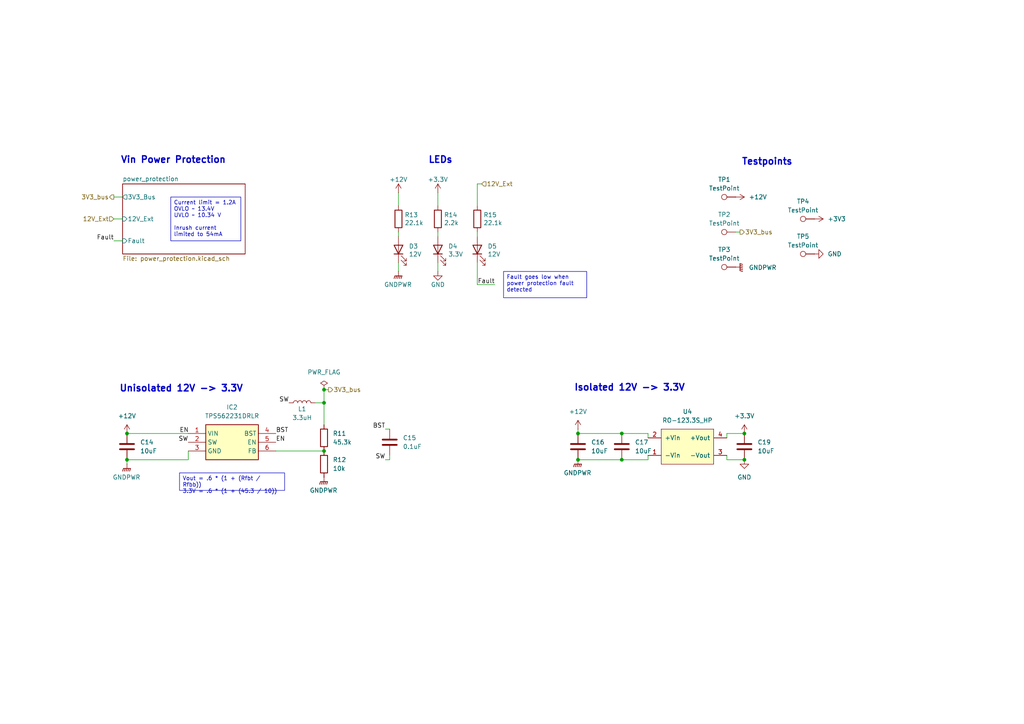
<source format=kicad_sch>
(kicad_sch (version 20231120) (generator "eeschema") (generator_version "8.0")
  (paper "A4")
  (lib_symbols
    (symbol "Connector:TestPoint" (pin_numbers hide) (pin_names (offset 0.762) hide)
      (property "Reference" "TP" (at 0 6.858 0))
      (property "Value" "TestPoint" (at 0 5.08 0))
      (symbol "TestPoint_0_1"
        (circle (center 0 3.302) (radius 0.762))
      )
      (symbol "TestPoint_1_1"
        (pin passive line (at 0 0 90) (length 2.54) (name "1") (number "1"))
      )
    )
    (symbol "Device:C" (pin_numbers hide) (pin_names (offset 0.254))
      (property "Reference" "C" (at 0.635 2.54 0))
      (property "Value" "C" (at 0.635 -2.54 0))
      (symbol "C_0_1"
        (polyline (pts (xy -2.032 -0.762) (xy 2.032 -0.762)) (stroke (width 0.508)))
        (polyline (pts (xy -2.032 0.762) (xy 2.032 0.762)) (stroke (width 0.508)))
      )
      (symbol "C_1_1"
        (pin passive line (at 0 3.81 270) (length 2.794) (name "~") (number "1"))
        (pin passive line (at 0 -3.81 90) (length 2.794) (name "~") (number "2"))
      )
    )
    (symbol "Device:L" (pin_numbers hide) (pin_names (offset 1.016) hide)
      (property "Reference" "L" (at -1.27 0 90))
      (property "Value" "L" (at 1.905 0 90))
      (symbol "L_0_1"
        (arc (start 0 -2.54) (mid 0.6323 -1.905) (end 0 -1.27))
        (arc (start 0 -1.27) (mid 0.6323 -0.635) (end 0 0))
        (arc (start 0 0) (mid 0.6323 0.635) (end 0 1.27))
        (arc (start 0 1.27) (mid 0.6323 1.905) (end 0 2.54))
      )
      (symbol "L_1_1"
        (pin passive line (at 0 3.81 270) (length 1.27) (name "1") (number "1"))
        (pin passive line (at 0 -3.81 90) (length 1.27) (name "2") (number "2"))
      )
    )
    (symbol "Device:LED" (pin_numbers hide) (pin_names (offset 1.016) hide)
      (property "Reference" "D" (at 0 2.54 0))
      (property "Value" "LED" (at 0 -2.54 0))
      (symbol "LED_0_1"
        (polyline (pts (xy -1.27 -1.27) (xy -1.27 1.27)) (stroke (width 0.254)))
        (polyline (pts (xy -1.27 0) (xy 1.27 0)))
        (polyline (pts (xy 1.27 -1.27) (xy 1.27 1.27) (xy -1.27 0) (xy 1.27 -1.27)) (stroke (width 0.254)))
        (polyline (pts (xy -3.048 -0.762) (xy -4.572 -2.286) (xy -3.81 -2.286) (xy -4.572 -2.286) (xy -4.572 -1.524)))
        (polyline (pts (xy -1.778 -0.762) (xy -3.302 -2.286) (xy -2.54 -2.286) (xy -3.302 -2.286) (xy -3.302 -1.524)))
      )
      (symbol "LED_1_1"
        (pin passive line (at -3.81 0 0) (length 2.54) (name "K") (number "1"))
        (pin passive line (at 3.81 0 180) (length 2.54) (name "A") (number "2"))
      )
    )
    (symbol "Device:R" (pin_numbers hide) (pin_names (offset 0))
      (property "Reference" "R" (at 2.032 0 90))
      (property "Value" "R" (at 0 0 90))
      (symbol "R_0_1"
        (rectangle (start -1.016 -2.54) (end 1.016 2.54) (stroke (width 0.254)))
      )
      (symbol "R_1_1"
        (pin passive line (at 0 3.81 270) (length 1.27) (name "~") (number "1"))
        (pin passive line (at 0 -3.81 90) (length 1.27) (name "~") (number "2"))
      )
    )
    (symbol "TPS562231DRLR:TPS562231DRLR"
      (property "Reference" "IC" (at 21.59 7.62 0))
      (property "Value" "TPS562231DRLR" (at 21.59 5.08 0))
      (symbol "TPS562231DRLR_1_1"
        (rectangle (start 5.08 2.54) (end 20.32 -7.62) (stroke (width 0.254)) (fill (type background)))
        (pin passive line (at 0 0 0) (length 5.08) (name "VIN") (number "1"))
        (pin passive line (at 0 -2.54 0) (length 5.08) (name "SW") (number "2"))
        (pin passive line (at 0 -5.08 0) (length 5.08) (name "GND") (number "3"))
        (pin passive line (at 25.4 0 180) (length 5.08) (name "BST") (number "4"))
        (pin passive line (at 25.4 -2.54 180) (length 5.08) (name "EN") (number "5"))
        (pin passive line (at 25.4 -5.08 180) (length 5.08) (name "FB") (number "6"))
      )
    )
    (symbol "power:+12V" (power) (pin_numbers hide) (pin_names (offset 0) hide)
      (property "Value" "+12V" (at 0 3.556 0))
      (symbol "+12V_0_1"
        (polyline (pts (xy -0.762 1.27) (xy 0 2.54)))
        (polyline (pts (xy 0 0) (xy 0 2.54)))
        (polyline (pts (xy 0 2.54) (xy 0.762 1.27)))
      )
      (symbol "+12V_1_1"
        (pin power_in line (at 0 0 90) (length 0) (name "~") (number "1"))
      )
    )
    (symbol "power:+3.3V" (power) (pin_numbers hide) (pin_names (offset 0) hide)
      (property "Value" "+3.3V" (at 0 3.556 0))
      (symbol "+3.3V_0_1"
        (polyline (pts (xy -0.762 1.27) (xy 0 2.54)))
        (polyline (pts (xy 0 0) (xy 0 2.54)))
        (polyline (pts (xy 0 2.54) (xy 0.762 1.27)))
      )
      (symbol "+3.3V_1_1"
        (pin power_in line (at 0 0 90) (length 0) (name "~") (number "1"))
      )
    )
    (symbol "power:+3V3" (power) (pin_numbers hide) (pin_names (offset 0) hide)
      (property "Value" "+3V3" (at 0 3.556 0))
      (symbol "+3V3_0_1"
        (polyline (pts (xy -0.762 1.27) (xy 0 2.54)))
        (polyline (pts (xy 0 0) (xy 0 2.54)))
        (polyline (pts (xy 0 2.54) (xy 0.762 1.27)))
      )
      (symbol "+3V3_1_1"
        (pin power_in line (at 0 0 90) (length 0) (name "~") (number "1"))
      )
    )
    (symbol "power:GND" (power) (pin_numbers hide) (pin_names (offset 0) hide)
      (property "Value" "GND" (at 0 -3.81 0))
      (symbol "GND_0_1"
        (polyline (pts (xy 0 0) (xy 0 -1.27) (xy 1.27 -1.27) (xy 0 -2.54) (xy -1.27 -1.27) (xy 0 -1.27)))
      )
      (symbol "GND_1_1"
        (pin power_in line (at 0 0 270) (length 0) (name "~") (number "1"))
      )
    )
    (symbol "power:GNDPWR" (power) (pin_numbers hide) (pin_names (offset 0) hide)
      (property "Value" "GNDPWR" (at 0 -3.302 0))
      (symbol "GNDPWR_0_1"
        (polyline (pts (xy 0 -1.27) (xy 0 0)))
        (polyline (pts (xy -1.016 -1.27) (xy -1.27 -2.032) (xy -1.27 -2.032)) (stroke (width 0.2032)))
        (polyline (pts (xy -0.508 -1.27) (xy -0.762 -2.032) (xy -0.762 -2.032)) (stroke (width 0.2032)))
        (polyline (pts (xy 0 -1.27) (xy -0.254 -2.032) (xy -0.254 -2.032)) (stroke (width 0.2032)))
        (polyline (pts (xy 0.508 -1.27) (xy 0.254 -2.032) (xy 0.254 -2.032)) (stroke (width 0.2032)))
        (polyline (pts (xy 1.016 -1.27) (xy -1.016 -1.27) (xy -1.016 -1.27)) (stroke (width 0.2032)))
        (polyline (pts (xy 1.016 -1.27) (xy 0.762 -2.032) (xy 0.762 -2.032) (xy 0.762 -2.032)) (stroke (width 0.2032)))
      )
      (symbol "GNDPWR_1_1"
        (pin power_in line (at 0 0 270) (length 0) (name "~") (number "1"))
      )
    )
    (symbol "power:PWR_FLAG" (power) (pin_numbers hide) (pin_names (offset 0) hide)
      (property "Value" "PWR_FLAG" (at 0 3.81 0))
      (symbol "PWR_FLAG_0_0"
        (pin power_out line (at 0 0 90) (length 0) (name "~") (number "1"))
      )
      (symbol "PWR_FLAG_0_1"
        (polyline (pts (xy 0 0) (xy 0 1.27) (xy -1.016 1.905) (xy 0 2.54) (xy 1.016 1.905) (xy 0 1.27)))
      )
    )
    (symbol "utsvt-power-regulators:RO-123.3S_HP" (pin_names (offset 1.016))
      (property "Reference" "U" (at 0 10.16 0))
      (property "Value" "RO-123.3S_HP" (at 0 7.62 0))
      (symbol "RO-123.3S_HP_1_1"
        (rectangle (start -7.62 5.08) (end 7.62 -5.08) (fill (type background)))
        (pin input line (at -11.43 -2.54 0) (length 3.81) (name "-Vin") (number "1"))
        (pin power_in line (at -11.43 2.54 0) (length 3.81) (name "+Vin") (number "2"))
        (pin power_out line (at 11.43 -2.54 180) (length 3.81) (name "-Vout") (number "3"))
        (pin power_out line (at 11.43 2.54 180) (length 3.81) (name "+Vout") (number "4"))
      )
    )
  )
  (junction (at 215.9 125.73))
  (junction (at 167.64 125.73))
  (junction (at 93.98 116.84))
  (junction (at 93.98 130.81))
  (junction (at 36.83 133.35))
  (junction (at 167.64 133.35))
  (junction (at 36.83 125.73))
  (junction (at 215.9 133.35))
  (junction (at 93.98 113.03))
  (junction (at 180.34 133.35))
  (junction (at 180.34 125.73))
  (wire (pts (xy 36.83 134.62) (xy 36.83 133.35)))
  (wire (pts (xy 210.82 127) (xy 210.82 125.73)))
  (wire (pts (xy 210.82 133.35) (xy 215.9 133.35)))
  (wire (pts (xy 93.98 130.81) (xy 80.01 130.81)))
  (wire (pts (xy 138.43 68.58) (xy 138.43 67.31)))
  (wire (pts (xy 210.82 132.08) (xy 210.82 133.35)))
  (wire (pts (xy 115.57 55.88) (xy 115.57 59.69)))
  (wire (pts (xy 113.03 133.35) (xy 113.03 132.08)))
  (wire (pts (xy 143.51 82.55) (xy 138.43 82.55)))
  (wire (pts (xy 167.64 133.35) (xy 180.34 133.35)))
  (wire (pts (xy 95.25 113.03) (xy 93.98 113.03)))
  (wire (pts (xy 115.57 68.58) (xy 115.57 67.31)))
  (wire (pts (xy 127 78.74) (xy 127 76.2)))
  (wire (pts (xy 138.43 53.34) (xy 138.43 59.69)))
  (wire (pts (xy 167.64 124.46) (xy 167.64 125.73)))
  (wire (pts (xy 214.63 67.31) (xy 213.36 67.31)))
  (wire (pts (xy 33.02 69.85) (xy 35.56 69.85)))
  (wire (pts (xy 93.98 113.03) (xy 93.98 116.84)))
  (wire (pts (xy 33.02 57.15) (xy 35.56 57.15)))
  (wire (pts (xy 210.82 125.73) (xy 215.9 125.73)))
  (wire (pts (xy 187.96 133.35) (xy 187.96 132.08)))
  (wire (pts (xy 127 68.58) (xy 127 67.31)))
  (wire (pts (xy 54.61 133.35) (xy 54.61 130.81)))
  (wire (pts (xy 167.64 125.73) (xy 180.34 125.73)))
  (wire (pts (xy 180.34 125.73) (xy 187.96 125.73)))
  (wire (pts (xy 36.83 133.35) (xy 54.61 133.35)))
  (wire (pts (xy 138.43 82.55) (xy 138.43 76.2)))
  (wire (pts (xy 36.83 125.73) (xy 54.61 125.73)))
  (wire (pts (xy 33.02 63.5) (xy 35.56 63.5)))
  (wire (pts (xy 139.7 53.34) (xy 138.43 53.34)))
  (wire (pts (xy 111.76 124.46) (xy 113.03 124.46)))
  (wire (pts (xy 115.57 78.74) (xy 115.57 76.2)))
  (wire (pts (xy 91.44 116.84) (xy 93.98 116.84)))
  (wire (pts (xy 187.96 125.73) (xy 187.96 127)))
  (wire (pts (xy 111.76 133.35) (xy 113.03 133.35)))
  (wire (pts (xy 127 55.88) (xy 127 59.69)))
  (wire (pts (xy 180.34 133.35) (xy 187.96 133.35)))
  (wire (pts (xy 93.98 123.19) (xy 93.98 116.84)))
  (text_box "Current limit = 1.2A\nOVLO ~ 13.4V\nUVLO ~ 10.34 V\n\nInrush current limited to 54mA" (at 49.53 57.15 0) (size 20.32 12.7) (effects (font (size 1.143 1.143)) (justify left top)))
  (text_box "Fault goes low when power protection fault detected\n" (at 146.05 78.74 0) (size 24.13 7.62) (effects (font (size 1.143 1.143)) (justify left top)))
  (text_box "Vout = .6 * (1 + (Rfbt / Rfbb))\n3.3V = .6 * (1 + (45.3 / 10))" (at 52.07 137.16 0) (size 30.48 5.08) (effects (font (size 1.143 1.143)) (justify left top)))
  (text "Isolated 12V -> 3.3V\n" (at 182.626 112.522 0) (effects (font (size 1.905 1.905) (thickness 0.381) (bold yes))))
  (text "LEDs" (at 127.762 46.482 0) (effects (font (size 1.905 1.905) (thickness 0.381) (bold yes))))
  (text "Unisolated 12V -> 3.3V\n" (at 52.578 112.776 0) (effects (font (size 1.905 1.905) (thickness 0.381) (bold yes))))
  (text "Vin Power Protection" (at 50.292 46.482 0) (effects (font (size 1.905 1.905) (thickness 0.381) (bold yes))))
  (text "Testpoints" (at 222.504 46.99 0) (effects (font (size 1.905 1.905) (thickness 0.381) (bold yes))))
  (label "EN" (at 52.07 125.73 0))
  (label "EN" (at 80.01 128.27 0))
  (label "BST" (at 111.76 124.46 180))
  (label "SW" (at 111.76 133.35 180))
  (label "Fault" (at 143.51 82.55 180))
  (label "BST" (at 80.01 125.73 0))
  (label "SW" (at 83.82 116.84 180))
  (label "Fault" (at 33.02 69.85 180))
  (label "SW" (at 54.61 128.27 180))
  (hierarchical_label "12V_Ext" (shape input) (at 139.7 53.34 0))
  (hierarchical_label "3V3_bus" (shape output) (at 33.02 57.15 180))
  (hierarchical_label "3V3_bus" (shape output) (at 214.63 67.31 0))
  (hierarchical_label "3V3_bus" (shape output) (at 95.25 113.03 0))
  (hierarchical_label "12V_Ext" (shape input) (at 33.02 63.5 180))
  (symbol (lib_id "utsvt-power-regulators:RO-123.3S_HP") (at 199.39 129.54 0) (unit 1)
    (property "Reference" "U4" (at 199.39 119.38 0))
    (property "Value" "RO-123.3S_HP" (at 199.39 121.92 0))
    (property "Footprint" "UTSVT_ICs:RI3_DC_Converter" (effects (hide yes)))
    (property "Datasheet" "https://www.mouser.com/datasheet/2/468/RO-1711124.pdf" (effects (hide yes)))
    (property "Description" "Isolated DC/DC Converters 1W DC/DC 2kV UNREG 12Vin 3.3Vout" (effects (hide yes)))
  )
  (symbol (lib_id "power:+3.3V") (at 127 55.88 0) (unit 1)
    (property "Reference" "#PWR038" (effects (hide yes)))
    (property "Value" "+3.3V" (at 127 52.07 0))
    (property "Description" "Power symbol creates a global label with name \"+3.3V\"" (effects (hide yes)))
  )
  (symbol (lib_id "Device:C") (at 180.34 129.54 0) (unit 1)
    (property "Reference" "C17" (at 184.15 128.2699 0) (effects (justify left)))
    (property "Value" "10uF" (at 184.15 130.8099 0) (effects (justify left)))
    (property "Description" "Unpolarized capacitor" (effects (hide yes)))
  )
  (symbol (lib_id "Connector:TestPoint") (at 213.36 67.31 90) (unit 1)
    (property "Reference" "TP2" (at 210.058 62.23 90))
    (property "Value" "TestPoint" (at 210.058 64.77 90))
    (property "Description" "test point" (effects (hide yes)))
  )
  (symbol (lib_id "Connector:TestPoint") (at 213.36 77.47 90) (unit 1)
    (property "Reference" "TP3" (at 210.058 72.39 90))
    (property "Value" "TestPoint" (at 210.058 74.93 90))
    (property "Description" "test point" (effects (hide yes)))
  )
  (symbol (lib_id "power:GND") (at 127 78.74 0) (unit 1)
    (property "Reference" "#PWR039" (effects (hide yes)))
    (property "Value" "GND" (at 127 82.55 0))
    (property "Description" "Power symbol creates a global label with name \"GND\" , ground" (effects (hide yes)))
  )
  (symbol (lib_id "Device:R") (at 127 63.5 0) (unit 1)
    (property "Reference" "R14" (at 128.778 62.3316 0) (effects (justify left)))
    (property "Value" "2.2k" (at 128.778 64.643 0) (effects (justify left)))
    (property "Footprint" "Resistor_SMD:R_0805_2012Metric" (effects (hide yes)))
    (property "Description" "Resistor" (effects (hide yes)))
    (property "P/N" "SDR10EZPF2200" (effects (hide yes)))
    (property "Mouser Part Number" "Inventory" (effects (hide yes)))
  )
  (symbol (lib_id "power:+12V") (at 36.83 125.73 0) (unit 1)
    (property "Reference" "#PWR025" (effects (hide yes)))
    (property "Value" "+12V" (at 36.83 120.65 0))
    (property "Description" "Power symbol creates a global label with name \"+12V\"" (effects (hide yes)))
  )
  (symbol (lib_id "power:GNDPWR") (at 36.83 134.62 0) (unit 1)
    (property "Reference" "#PWR026" (effects (hide yes)))
    (property "Value" "GNDPWR" (at 36.703 138.43 0))
    (property "Description" "Power symbol creates a global label with name \"GNDPWR\" , global ground" (effects (hide yes)))
  )
  (symbol (lib_id "power:+3.3V") (at 215.9 125.73 0) (unit 1)
    (property "Reference" "#PWR030" (effects (hide yes)))
    (property "Value" "+3.3V" (at 215.9 120.65 0))
    (property "Description" "Power symbol creates a global label with name \"+3.3V\"" (effects (hide yes)))
  )
  (symbol (lib_id "TPS562231DRLR:TPS562231DRLR") (at 54.61 125.73 0) (unit 1)
    (property "Reference" "IC2" (at 67.31 118.11 0))
    (property "Value" "TPS562231DRLR" (at 67.31 120.65 0))
    (property "Footprint" "SOTFL50P160X60-6N" (effects (hide yes)))
    (property "Datasheet" "http://www.ti.com/lit/gpn/TPS562231" (effects (hide yes)))
    (property "Description" "4.5-V to 17-V input, 2-A output, synchronous step-down converter" (effects (hide yes)))
    (property "Height" "0.6" (effects (hide yes)))
    (property "Mouser Part Number" "595-TPS562231DRLR" (effects (hide yes)))
    (property "Mouser Price/Stock" "https://www.mouser.co.uk/ProductDetail/Texas-Instruments/TPS562231DRLR?qs=l4Gc20tDgJK5KnXgCyg0Bw%3D%3D" (effects (hide yes)))
    (property "Manufacturer_Name" "Texas Instruments" (effects (hide yes)))
    (property "Manufacturer_Part_Number" "TPS562231DRLR" (effects (hide yes)))
  )
  (symbol (lib_id "Device:R") (at 93.98 127 0) (unit 1)
    (property "Reference" "R11" (at 96.52 125.7299 0) (effects (justify left)))
    (property "Value" "45.3k" (at 96.52 128.2699 0) (effects (justify left)))
    (property "Footprint" "Resistor_SMD:R_0805_2012Metric" (effects (hide yes)))
    (property "Description" "Resistor" (effects (hide yes)))
    (property "P/N" "CRCW080545K3FKEA" (effects (hide yes)))
  )
  (symbol (lib_id "Device:C") (at 167.64 129.54 0) (unit 1)
    (property "Reference" "C16" (at 171.45 128.2699 0) (effects (justify left)))
    (property "Value" "10uF" (at 171.45 130.8099 0) (effects (justify left)))
    (property "Description" "Unpolarized capacitor" (effects (hide yes)))
  )
  (symbol (lib_id "Device:R") (at 93.98 134.62 0) (unit 1)
    (property "Reference" "R12" (at 96.52 133.3499 0) (effects (justify left)))
    (property "Value" "10k" (at 96.52 135.8899 0) (effects (justify left)))
    (property "Footprint" "Resistor_SMD:R_0805_2012Metric" (effects (hide yes)))
    (property "Description" "Resistor" (effects (hide yes)))
    (property "P/N" "RT0603FRE0710KL " (effects (hide yes)))
  )
  (symbol (lib_id "Device:LED") (at 115.57 72.39 90) (unit 1)
    (property "Reference" "D3" (at 118.5672 71.4248 90) (effects (justify right)))
    (property "Value" "12V" (at 118.5672 73.7362 90) (effects (justify right)))
    (property "Footprint" "LED_SMD:LED_0805_2012Metric" (effects (hide yes)))
    (property "Description" "Light emitting diode" (effects (hide yes)))
    (property "Color" "Green" (effects (hide yes)))
    (property "P/N" "APTD2012LCGCK" (effects (hide yes)))
    (property "Vf" "1.9V" (effects (hide yes)))
    (property "If" "2mA" (effects (hide yes)))
    (property "Mouser Part Number" "604-APTD2012LCGCK" (effects (hide yes)))
    (property "Inventory" "Y" (effects (hide yes)))
    (property "Mouser Price/Stock" "https://www.mouser.com/ProductDetail/Kingbright/APTD2012LCGCK?qs=AQlKX63v8RvNHN%2F9EGvNTg%3D%3D" (effects (hide yes)))
  )
  (symbol (lib_id "Connector:TestPoint") (at 213.36 57.15 90) (unit 1)
    (property "Reference" "TP1" (at 210.058 52.07 90))
    (property "Value" "TestPoint" (at 210.058 54.61 90))
    (property "Description" "test point" (effects (hide yes)))
  )
  (symbol (lib_id "Connector:TestPoint") (at 236.22 63.5 90) (unit 1)
    (property "Reference" "TP4" (at 232.918 58.42 90))
    (property "Value" "TestPoint" (at 232.918 60.96 90))
    (property "Description" "test point" (effects (hide yes)))
  )
  (symbol (lib_id "power:GNDPWR") (at 93.98 138.43 0) (unit 1)
    (property "Reference" "#PWR027" (effects (hide yes)))
    (property "Value" "GNDPWR" (at 93.853 142.24 0))
    (property "Description" "Power symbol creates a global label with name \"GNDPWR\" , global ground" (effects (hide yes)))
  )
  (symbol (lib_id "Device:L") (at 87.63 116.84 90) (unit 1)
    (property "Reference" "L1" (at 87.63 118.618 90))
    (property "Value" "3.3uH" (at 87.63 121.158 90))
    (property "Description" "Inductor" (effects (hide yes)))
  )
  (symbol (lib_id "power:+3V3") (at 236.22 63.5 270) (unit 1)
    (property "Reference" "#PWR035" (effects (hide yes)))
    (property "Value" "+3V3" (at 240.03 63.4999 90) (effects (justify left)))
    (property "Description" "Power symbol creates a global label with name \"+3V3\"" (effects (hide yes)))
  )
  (symbol (lib_id "Device:R") (at 115.57 63.5 0) (unit 1)
    (property "Reference" "R13" (at 117.348 62.3316 0) (effects (justify left)))
    (property "Value" "22.1k" (at 117.348 64.643 0) (effects (justify left)))
    (property "Footprint" "Resistor_SMD:R_0805_2012Metric" (effects (hide yes)))
    (property "Description" "Resistor" (effects (hide yes)))
    (property "P/N" "CRCW080522K1FKEA" (effects (hide yes)))
    (property "Mouser Part Number" "71-CRCW0805-22.1K-E3" (effects (hide yes)))
    (property "Inventory" "Y" (effects (hide yes)))
    (property "Mouser Price/Stock" "https://www.mouser.com/ProductDetail/Vishay-Dale/CRCW080522K1FKEA?qs=fIsz7OpyEY%2F1GKOToH8JbQ%3D%3D" (effects (hide yes)))
  )
  (symbol (lib_id "power:GNDPWR") (at 213.36 77.47 90) (unit 1)
    (property "Reference" "#PWR033" (effects (hide yes)))
    (property "Value" "GNDPWR" (at 217.17 77.5969 90) (effects (justify right)))
    (property "Description" "Power symbol creates a global label with name \"GNDPWR\" , global ground" (effects (hide yes)))
  )
  (symbol (lib_id "power:GND") (at 215.9 133.35 0) (unit 1)
    (property "Reference" "#PWR031" (effects (hide yes)))
    (property "Value" "GND" (at 215.9 138.43 0))
    (property "Description" "Power symbol creates a global label with name \"GND\" , ground" (effects (hide yes)))
  )
  (symbol (lib_id "power:+12V") (at 167.64 124.46 0) (unit 1)
    (property "Reference" "#PWR028" (effects (hide yes)))
    (property "Value" "+12V" (at 167.64 119.38 0))
    (property "Description" "Power symbol creates a global label with name \"+12V\"" (effects (hide yes)))
  )
  (symbol (lib_id "Device:C") (at 113.03 128.27 0) (unit 1)
    (property "Reference" "C15" (at 116.84 126.9999 0) (effects (justify left)))
    (property "Value" "0.1uF" (at 116.84 129.5399 0) (effects (justify left)))
    (property "Description" "Unpolarized capacitor" (effects (hide yes)))
  )
  (symbol (lib_id "Device:C") (at 215.9 129.54 0) (unit 1)
    (property "Reference" "C19" (at 219.71 128.2699 0) (effects (justify left)))
    (property "Value" "10uF" (at 219.71 130.8099 0) (effects (justify left)))
    (property "Description" "Unpolarized capacitor" (effects (hide yes)))
  )
  (symbol (lib_id "Device:LED") (at 127 72.39 90) (unit 1)
    (property "Reference" "D4" (at 129.9972 71.4248 90) (effects (justify right)))
    (property "Value" "3.3V" (at 129.9972 73.7362 90) (effects (justify right)))
    (property "Footprint" "LED_SMD:LED_0805_2012Metric" (effects (hide yes)))
    (property "Description" "Light emitting diode" (effects (hide yes)))
    (property "Color" "Green" (effects (hide yes)))
    (property "P/N" "APTD2012LCGCK" (effects (hide yes)))
    (property "Vf" "1.9V" (effects (hide yes)))
    (property "If" "2mA" (effects (hide yes)))
    (property "Mouser Part Number" "604-APTD2012LCGCK" (effects (hide yes)))
  )
  (symbol (lib_id "power:+12V") (at 115.57 55.88 0) (unit 1)
    (property "Reference" "#PWR036" (effects (hide yes)))
    (property "Value" "+12V" (at 115.57 52.07 0))
    (property "Description" "Power symbol creates a global label with name \"+12V\"" (effects (hide yes)))
  )
  (symbol (lib_id "Connector:TestPoint") (at 236.22 73.66 90) (unit 1)
    (property "Reference" "TP5" (at 232.918 68.58 90))
    (property "Value" "TestPoint" (at 232.918 71.12 90))
    (property "Description" "test point" (effects (hide yes)))
  )
  (symbol (lib_id "power:+12V") (at 213.36 57.15 270) (unit 1)
    (property "Reference" "#PWR032" (effects (hide yes)))
    (property "Value" "+12V" (at 217.17 57.1499 90) (effects (justify left)))
    (property "Description" "Power symbol creates a global label with name \"+12V\"" (effects (hide yes)))
  )
  (symbol (lib_id "power:GNDPWR") (at 167.64 133.35 0) (unit 1)
    (property "Reference" "#PWR029" (effects (hide yes)))
    (property "Value" "GNDPWR" (at 167.513 137.16 0))
    (property "Description" "Power symbol creates a global label with name \"GNDPWR\" , global ground" (effects (hide yes)))
  )
  (symbol (lib_id "power:PWR_FLAG") (at 93.98 113.03 0) (unit 1)
    (property "Reference" "#FLG02" (effects (hide yes)))
    (property "Value" "PWR_FLAG" (at 93.98 107.95 0))
    (property "Description" "Special symbol for telling ERC where power comes from" (effects (hide yes)))
  )
  (symbol (lib_id "power:GND") (at 236.22 73.66 90) (unit 1)
    (property "Reference" "#PWR034" (effects (hide yes)))
    (property "Value" "GND" (at 240.03 73.6599 90) (effects (justify right)))
    (property "Description" "Power symbol creates a global label with name \"GND\" , ground" (effects (hide yes)))
  )
  (symbol (lib_id "Device:LED") (at 138.43 72.39 90) (unit 1)
    (property "Reference" "D5" (at 141.4272 71.4248 90) (effects (justify right)))
    (property "Value" "12V" (at 141.4272 73.7362 90) (effects (justify right)))
    (property "Footprint" "LED_SMD:LED_0805_2012Metric" (effects (hide yes)))
    (property "Description" "Light emitting diode" (effects (hide yes)))
    (property "Color" "Green" (effects (hide yes)))
    (property "P/N" "APTD2012LCGCK" (effects (hide yes)))
    (property "Vf" "1.9V" (effects (hide yes)))
    (property "If" "2mA" (effects (hide yes)))
    (property "Mouser Part Number" "604-APTD2012LCGCK" (effects (hide yes)))
    (property "Inventory" "Y" (effects (hide yes)))
    (property "Mouser Price/Stock" "https://www.mouser.com/ProductDetail/Kingbright/APTD2012LCGCK?qs=AQlKX63v8RvNHN%2F9EGvNTg%3D%3D" (effects (hide yes)))
  )
  (symbol (lib_id "power:GNDPWR") (at 115.57 78.74 0) (unit 1)
    (property "Reference" "#PWR037" (effects (hide yes)))
    (property "Value" "GNDPWR" (at 115.443 82.55 0))
    (property "Description" "Power symbol creates a global label with name \"GNDPWR\" , global ground" (effects (hide yes)))
  )
  (symbol (lib_id "Device:C") (at 36.83 129.54 0) (unit 1)
    (property "Reference" "C14" (at 40.64 128.2699 0) (effects (justify left)))
    (property "Value" "10uF" (at 40.64 130.8099 0) (effects (justify left)))
    (property "Description" "Unpolarized capacitor" (effects (hide yes)))
  )
  (symbol (lib_id "Device:R") (at 138.43 63.5 0) (unit 1)
    (property "Reference" "R15" (at 140.208 62.3316 0) (effects (justify left)))
    (property "Value" "22.1k" (at 140.208 64.643 0) (effects (justify left)))
    (property "Footprint" "Resistor_SMD:R_0805_2012Metric" (effects (hide yes)))
    (property "Description" "Resistor" (effects (hide yes)))
    (property "P/N" "CRCW080522K1FKEA" (effects (hide yes)))
    (property "Mouser Part Number" "71-CRCW0805-22.1K-E3" (effects (hide yes)))
    (property "Inventory" "Y" (effects (hide yes)))
    (property "Mouser Price/Stock" "https://www.mouser.com/ProductDetail/Vishay-Dale/CRCW080522K1FKEA?qs=fIsz7OpyEY%2F1GKOToH8JbQ%3D%3D" (effects (hide yes)))
  )
  (sheet (at 35.56 53.34) (size 35.56 20.32) (stroke (width 0.1524))
    (property "Sheetname" "power_protection" (at 35.56 52.6284 0) (effects (justify left bottom)))
    (property "Sheetfile" "power_protection.kicad_sch" (at 35.56 74.2446 0) (effects (justify left top)))
    (pin "3V3_Bus" output (at 35.56 57.15 180))
    (pin "12V_Ext" input (at 35.56 63.5 180))
    (pin "Fault" input (at 35.56 69.85 180))
  )
)
</source>
